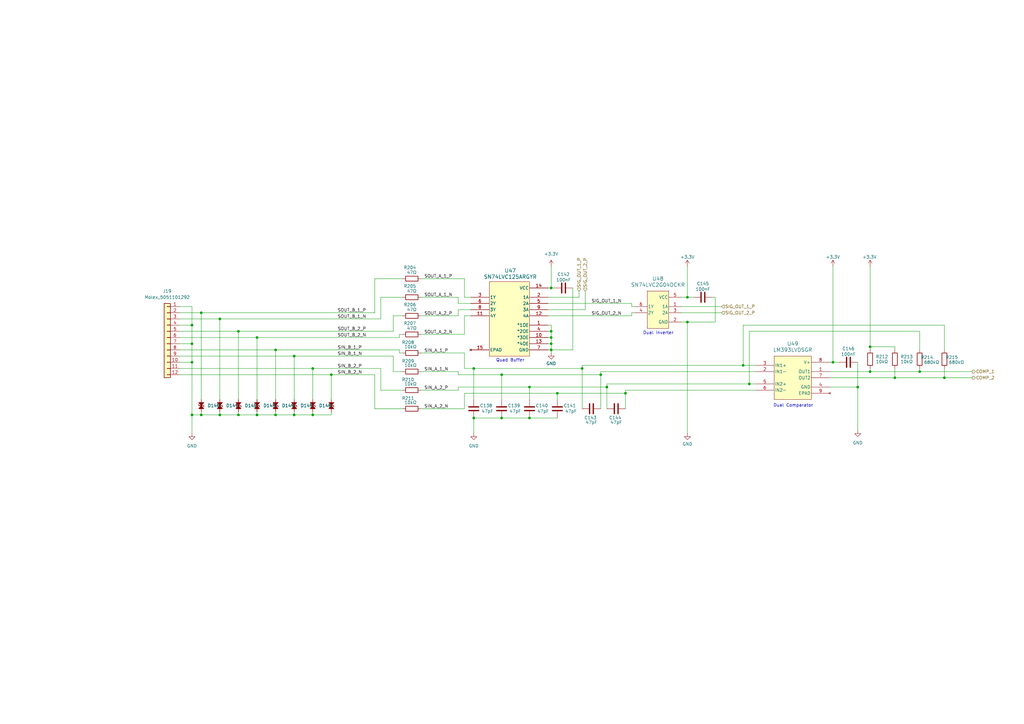
<source format=kicad_sch>
(kicad_sch (version 20250114) (generator "eeschema") (generator_version "9.0")
  (paper "A3")
  (title_block (title "Inner Panels Connector") (date "2025-08-04") (rev "REV A") (company "TamperSec") (comment 1 "Justin Newkirk"))
  (text "Quad Buffer" (at 209.296 147.828 0) (effects (font (size 1.27 1.27))))
  (text "Dual Inverter" (at 270.002 136.652 0) (effects (font (size 1.27 1.27))))
  (text "Dual Comparator" (at 325.374 166.37 0) (effects (font (size 1.27 1.27))))
  (junction (at 90.17 170.18))
  (junction (at 217.17 171.45))
  (junction (at 128.27 151.13))
  (junction (at 205.74 171.45))
  (junction (at 226.06 143.51))
  (junction (at 78.74 133.35))
  (junction (at 90.17 130.81))
  (junction (at 97.79 170.18))
  (junction (at 304.8 149.86))
  (junction (at 205.74 153.67))
  (junction (at 356.87 152.4))
  (junction (at 128.27 170.18))
  (junction (at 281.94 132.08))
  (junction (at 226.06 118.11))
  (junction (at 367.03 154.94))
  (junction (at 226.06 140.97))
  (junction (at 105.41 138.43))
  (junction (at 78.74 170.18))
  (junction (at 228.6 161.29))
  (junction (at 307.34 157.48))
  (junction (at 248.92 158.75))
  (junction (at 387.35 154.94))
  (junction (at 341.63 148.59))
  (junction (at 135.89 153.67))
  (junction (at 281.94 121.92))
  (junction (at 113.03 170.18))
  (junction (at 217.17 158.75))
  (junction (at 226.06 138.43))
  (junction (at 194.31 151.13))
  (junction (at 78.74 140.97))
  (junction (at 120.65 170.18))
  (junction (at 351.79 158.75))
  (junction (at 113.03 143.51))
  (junction (at 238.76 151.13))
  (junction (at 356.87 142.24))
  (junction (at 246.38 153.67))
  (junction (at 82.55 170.18))
  (junction (at 120.65 146.05))
  (junction (at 82.55 128.27))
  (junction (at 105.41 170.18))
  (junction (at 256.54 161.29))
  (junction (at 226.06 135.89))
  (junction (at 194.31 171.45))
  (junction (at 377.19 152.4))
  (junction (at 78.74 148.59))
  (junction (at 97.79 135.89))
  (wire (pts (xy 105.41 138.43) (xy 163.83 138.43)))
  (wire (pts (xy 187.96 158.75) (xy 187.96 160.02)))
  (wire (pts (xy 387.35 143.51) (xy 387.35 133.35)))
  (wire (pts (xy 279.4 121.92) (xy 281.94 121.92)))
  (wire (pts (xy 165.1 152.4) (xy 161.29 152.4)))
  (wire (pts (xy 259.08 129.54) (xy 259.08 128.27)))
  (wire (pts (xy 113.03 170.18) (xy 113.03 168.91)))
  (wire (pts (xy 377.19 135.89) (xy 307.34 135.89)))
  (wire (pts (xy 226.06 143.51) (xy 226.06 144.78)))
  (wire (pts (xy 281.94 132.08) (xy 281.94 177.8)))
  (wire (pts (xy 120.65 146.05) (xy 120.65 163.83)))
  (wire (pts (xy 163.83 138.43) (xy 163.83 137.16)))
  (wire (pts (xy 82.55 170.18) (xy 82.55 168.91)))
  (wire (pts (xy 73.66 130.81) (xy 90.17 130.81)))
  (wire (pts (xy 234.95 118.11) (xy 234.95 143.51)))
  (wire (pts (xy 194.31 171.45) (xy 205.74 171.45)))
  (wire (pts (xy 387.35 151.13) (xy 387.35 154.94)))
  (wire (pts (xy 228.6 161.29) (xy 256.54 161.29)))
  (wire (pts (xy 73.66 153.67) (xy 135.89 153.67)))
  (wire (pts (xy 190.5 161.29) (xy 228.6 161.29)))
  (wire (pts (xy 351.79 158.75) (xy 351.79 176.53)))
  (wire (pts (xy 248.92 157.48) (xy 248.92 158.75)))
  (wire (pts (xy 224.79 127) (xy 240.03 127)))
  (wire (pts (xy 73.66 146.05) (xy 120.65 146.05)))
  (wire (pts (xy 341.63 148.59) (xy 344.17 148.59)))
  (wire (pts (xy 226.06 135.89) (xy 224.79 135.89)))
  (wire (pts (xy 295.91 128.27) (xy 279.4 128.27)))
  (wire (pts (xy 187.96 152.4) (xy 187.96 153.67)))
  (wire (pts (xy 187.96 153.67) (xy 205.74 153.67)))
  (wire (pts (xy 156.21 130.81) (xy 156.21 121.92)))
  (wire (pts (xy 82.55 170.18) (xy 90.17 170.18)))
  (wire (pts (xy 113.03 170.18) (xy 120.65 170.18)))
  (wire (pts (xy 194.31 151.13) (xy 238.76 151.13)))
  (wire (pts (xy 226.06 138.43) (xy 226.06 140.97)))
  (wire (pts (xy 281.94 109.22) (xy 281.94 121.92)))
  (wire (pts (xy 293.37 121.92) (xy 293.37 132.08)))
  (wire (pts (xy 105.41 170.18) (xy 105.41 168.91)))
  (wire (pts (xy 172.72 160.02) (xy 187.96 160.02)))
  (wire (pts (xy 193.04 124.46) (xy 187.96 124.46)))
  (wire (pts (xy 172.72 137.16) (xy 190.5 137.16)))
  (wire (pts (xy 248.92 158.75) (xy 248.92 167.64)))
  (wire (pts (xy 226.06 140.97) (xy 224.79 140.97)))
  (wire (pts (xy 224.79 118.11) (xy 226.06 118.11)))
  (wire (pts (xy 248.92 157.48) (xy 307.34 157.48)))
  (wire (pts (xy 90.17 130.81) (xy 156.21 130.81)))
  (wire (pts (xy 224.79 121.92) (xy 237.49 121.92)))
  (wire (pts (xy 356.87 142.24) (xy 356.87 143.51)))
  (wire (pts (xy 190.5 114.3) (xy 190.5 121.92)))
  (wire (pts (xy 187.96 124.46) (xy 187.96 121.92)))
  (wire (pts (xy 238.76 151.13) (xy 238.76 167.64)))
  (wire (pts (xy 356.87 109.22) (xy 356.87 142.24)))
  (wire (pts (xy 163.83 143.51) (xy 163.83 144.78)))
  (wire (pts (xy 193.04 127) (xy 187.96 127)))
  (wire (pts (xy 153.67 128.27) (xy 153.67 114.3)))
  (wire (pts (xy 172.72 167.64) (xy 190.5 167.64)))
  (wire (pts (xy 187.96 127) (xy 187.96 129.54)))
  (wire (pts (xy 153.67 114.3) (xy 165.1 114.3)))
  (wire (pts (xy 340.36 158.75) (xy 351.79 158.75)))
  (wire (pts (xy 217.17 158.75) (xy 217.17 163.83)))
  (wire (pts (xy 135.89 170.18) (xy 135.89 168.91)))
  (wire (pts (xy 120.65 146.05) (xy 161.29 146.05)))
  (wire (pts (xy 377.19 152.4) (xy 398.78 152.4)))
  (wire (pts (xy 227.33 118.11) (xy 226.06 118.11)))
  (wire (pts (xy 190.5 161.29) (xy 190.5 167.64)))
  (wire (pts (xy 190.5 129.54) (xy 190.5 137.16)))
  (wire (pts (xy 307.34 135.89) (xy 307.34 157.48)))
  (wire (pts (xy 224.79 124.46) (xy 259.08 124.46)))
  (wire (pts (xy 187.96 158.75) (xy 217.17 158.75)))
  (wire (pts (xy 128.27 170.18) (xy 128.27 168.91)))
  (wire (pts (xy 90.17 170.18) (xy 97.79 170.18)))
  (wire (pts (xy 387.35 133.35) (xy 304.8 133.35)))
  (wire (pts (xy 78.74 170.18) (xy 82.55 170.18)))
  (wire (pts (xy 190.5 151.13) (xy 194.31 151.13)))
  (wire (pts (xy 281.94 121.92) (xy 284.48 121.92)))
  (wire (pts (xy 237.49 121.92) (xy 237.49 119.38)))
  (wire (pts (xy 128.27 151.13) (xy 128.27 163.83)))
  (wire (pts (xy 341.63 109.22) (xy 341.63 148.59)))
  (wire (pts (xy 90.17 170.18) (xy 90.17 168.91)))
  (wire (pts (xy 240.03 127) (xy 240.03 119.38)))
  (wire (pts (xy 135.89 153.67) (xy 153.67 153.67)))
  (wire (pts (xy 356.87 152.4) (xy 377.19 152.4)))
  (wire (pts (xy 73.66 140.97) (xy 78.74 140.97)))
  (wire (pts (xy 367.03 151.13) (xy 367.03 154.94)))
  (wire (pts (xy 256.54 160.02) (xy 309.88 160.02)))
  (wire (pts (xy 105.41 138.43) (xy 105.41 163.83)))
  (wire (pts (xy 73.66 133.35) (xy 78.74 133.35)))
  (wire (pts (xy 165.1 144.78) (xy 163.83 144.78)))
  (wire (pts (xy 156.21 121.92) (xy 165.1 121.92)))
  (wire (pts (xy 156.21 151.13) (xy 156.21 160.02)))
  (wire (pts (xy 226.06 135.89) (xy 226.06 138.43)))
  (wire (pts (xy 113.03 143.51) (xy 163.83 143.51)))
  (wire (pts (xy 293.37 121.92) (xy 292.1 121.92)))
  (wire (pts (xy 281.94 132.08) (xy 279.4 132.08)))
  (wire (pts (xy 190.5 129.54) (xy 193.04 129.54)))
  (wire (pts (xy 259.08 128.27) (xy 260.35 128.27)))
  (wire (pts (xy 128.27 151.13) (xy 156.21 151.13)))
  (wire (pts (xy 190.5 121.92) (xy 193.04 121.92)))
  (wire (pts (xy 73.66 143.51) (xy 113.03 143.51)))
  (wire (pts (xy 246.38 152.4) (xy 309.88 152.4)))
  (wire (pts (xy 97.79 170.18) (xy 105.41 170.18)))
  (wire (pts (xy 226.06 133.35) (xy 226.06 135.89)))
  (wire (pts (xy 259.08 125.73) (xy 259.08 124.46)))
  (wire (pts (xy 356.87 142.24) (xy 367.03 142.24)))
  (wire (pts (xy 217.17 171.45) (xy 228.6 171.45)))
  (wire (pts (xy 377.19 143.51) (xy 377.19 135.89)))
  (wire (pts (xy 120.65 170.18) (xy 128.27 170.18)))
  (wire (pts (xy 190.5 144.78) (xy 172.72 144.78)))
  (wire (pts (xy 73.66 138.43) (xy 105.41 138.43)))
  (wire (pts (xy 205.74 171.45) (xy 217.17 171.45)))
  (wire (pts (xy 82.55 128.27) (xy 153.67 128.27)))
  (wire (pts (xy 82.55 128.27) (xy 82.55 163.83)))
  (wire (pts (xy 217.17 158.75) (xy 248.92 158.75)))
  (wire (pts (xy 172.72 129.54) (xy 187.96 129.54)))
  (wire (pts (xy 73.66 148.59) (xy 78.74 148.59)))
  (wire (pts (xy 238.76 149.86) (xy 238.76 151.13)))
  (wire (pts (xy 73.66 151.13) (xy 128.27 151.13)))
  (wire (pts (xy 256.54 160.02) (xy 256.54 161.29)))
  (wire (pts (xy 78.74 170.18) (xy 78.74 177.8)))
  (wire (pts (xy 295.91 125.73) (xy 279.4 125.73)))
  (wire (pts (xy 97.79 170.18) (xy 97.79 168.91)))
  (wire (pts (xy 190.5 151.13) (xy 190.5 144.78)))
  (wire (pts (xy 340.36 154.94) (xy 367.03 154.94)))
  (wire (pts (xy 205.74 153.67) (xy 205.74 163.83)))
  (wire (pts (xy 351.79 158.75) (xy 351.79 148.59)))
  (wire (pts (xy 172.72 121.92) (xy 187.96 121.92)))
  (wire (pts (xy 246.38 152.4) (xy 246.38 153.67)))
  (wire (pts (xy 194.31 163.83) (xy 194.31 151.13)))
  (wire (pts (xy 205.74 153.67) (xy 246.38 153.67)))
  (wire (pts (xy 307.34 157.48) (xy 309.88 157.48)))
  (wire (pts (xy 293.37 132.08) (xy 281.94 132.08)))
  (wire (pts (xy 377.19 151.13) (xy 377.19 152.4)))
  (wire (pts (xy 156.21 160.02) (xy 165.1 160.02)))
  (wire (pts (xy 128.27 170.18) (xy 135.89 170.18)))
  (wire (pts (xy 113.03 143.51) (xy 113.03 163.83)))
  (wire (pts (xy 226.06 143.51) (xy 224.79 143.51)))
  (wire (pts (xy 356.87 151.13) (xy 356.87 152.4)))
  (wire (pts (xy 97.79 135.89) (xy 161.29 135.89)))
  (wire (pts (xy 161.29 129.54) (xy 165.1 129.54)))
  (wire (pts (xy 78.74 125.73) (xy 78.74 133.35)))
  (wire (pts (xy 194.31 177.8) (xy 194.31 171.45)))
  (wire (pts (xy 153.67 167.64) (xy 153.67 153.67)))
  (wire (pts (xy 256.54 161.29) (xy 256.54 167.64)))
  (wire (pts (xy 78.74 148.59) (xy 78.74 170.18)))
  (wire (pts (xy 238.76 149.86) (xy 304.8 149.86)))
  (wire (pts (xy 97.79 135.89) (xy 97.79 163.83)))
  (wire (pts (xy 163.83 137.16) (xy 165.1 137.16)))
  (wire (pts (xy 187.96 152.4) (xy 172.72 152.4)))
  (wire (pts (xy 304.8 149.86) (xy 309.88 149.86)))
  (wire (pts (xy 304.8 133.35) (xy 304.8 149.86)))
  (wire (pts (xy 340.36 148.59) (xy 341.63 148.59)))
  (wire (pts (xy 172.72 114.3) (xy 190.5 114.3)))
  (wire (pts (xy 73.66 125.73) (xy 78.74 125.73)))
  (wire (pts (xy 367.03 143.51) (xy 367.03 142.24)))
  (wire (pts (xy 226.06 140.97) (xy 226.06 143.51)))
  (wire (pts (xy 165.1 167.64) (xy 153.67 167.64)))
  (wire (pts (xy 73.66 135.89) (xy 97.79 135.89)))
  (wire (pts (xy 78.74 140.97) (xy 78.74 148.59)))
  (wire (pts (xy 226.06 143.51) (xy 234.95 143.51)))
  (wire (pts (xy 161.29 135.89) (xy 161.29 129.54)))
  (wire (pts (xy 340.36 152.4) (xy 356.87 152.4)))
  (wire (pts (xy 90.17 130.81) (xy 90.17 163.83)))
  (wire (pts (xy 259.08 125.73) (xy 260.35 125.73)))
  (wire (pts (xy 161.29 152.4) (xy 161.29 146.05)))
  (wire (pts (xy 78.74 133.35) (xy 78.74 140.97)))
  (wire (pts (xy 228.6 161.29) (xy 228.6 163.83)))
  (wire (pts (xy 135.89 153.67) (xy 135.89 163.83)))
  (wire (pts (xy 367.03 154.94) (xy 387.35 154.94)))
  (wire (pts (xy 246.38 153.67) (xy 246.38 167.64)))
  (wire (pts (xy 105.41 170.18) (xy 113.03 170.18)))
  (wire (pts (xy 226.06 133.35) (xy 224.79 133.35)))
  (wire (pts (xy 73.66 128.27) (xy 82.55 128.27)))
  (wire (pts (xy 120.65 170.18) (xy 120.65 168.91)))
  (wire (pts (xy 226.06 138.43) (xy 224.79 138.43)))
  (wire (pts (xy 226.06 109.22) (xy 226.06 118.11)))
  (wire (pts (xy 387.35 154.94) (xy 398.78 154.94)))
  (wire (pts (xy 224.79 129.54) (xy 259.08 129.54)))
  (label "SIN_A_2_N" (at 173.99 167.64 0))
  (label "SIN_A_1_N" (at 173.99 152.4 0))
  (label "SOUT_B_2_N" (at 138.43 138.43 0))
  (label "SIN_B_1_P" (at 138.43 143.51 0))
  (label "SOUT_A_1_N" (at 173.99 121.92 0))
  (label "SIN_A_1_P" (at 173.99 144.78 0))
  (label "SOUT_B_1_P" (at 138.43 128.27 0))
  (label "SOUT_A_1_P" (at 173.99 114.3 0))
  (label "SOUT_B_1_N" (at 138.43 130.81 0))
  (label "SOUT_A_2_N" (at 173.99 137.16 0))
  (label "SIN_B_2_N" (at 138.43 153.67 0))
  (label "SIN_B_1_N" (at 138.43 146.05 0))
  (label "SIG_OUT_1_N" (at 242.57 124.46 0))
  (label "SIN_B_2_P" (at 138.43 151.13 0))
  (label "SOUT_B_2_P" (at 138.43 135.89 0))
  (label "SIG_OUT_2_N" (at 242.57 129.54 0))
  (label "SIN_A_2_P" (at 173.99 160.02 0))
  (label "SOUT_A_2_P" (at 173.99 129.54 0))
  (hierarchical_label "SIG_OUT_1_P" (shape input) (at 237.49 119.38 90))
  (hierarchical_label "COMP_2" (shape output) (at 398.78 154.94 0))
  (hierarchical_label "SIG_OUT_2_P" (shape input) (at 240.03 119.38 90))
  (hierarchical_label "SIG_OUT_1_P" (shape input) (at 295.91 125.73 0))
  (hierarchical_label "SIG_OUT_2_P" (shape input) (at 295.91 128.27 0))
  (hierarchical_label "COMP_1" (shape output) (at 398.78 152.4 0))
  (symbol (lib_id "power:GND") (at 194.31 177.8 0) (unit 1)
    (property "Reference" "#PWR066" (effects (hide yes)))
    (property "Value" "GND" (at 194.31 182.88 0))
    (property "Description" "Power symbol creates a global label with name \"GND\" , ground" (effects (hide yes)))
    (instances (project "cerberus" (path "" (reference "#PWR0147") (unit 1)) (path "" (reference "#PWR084") (unit 1)) (path "" (reference "#PWR0111") (unit 1)) (path "" (reference "#PWR0174") (unit 1)) (path "" (reference "#PWR0138") (unit 1)) (path "" (reference "#PWR0102") (unit 1)) (path "" (reference "#PWR0201") (unit 1)) (path "" (reference "#PWR0120") (unit 1)) (path "" (reference "#PWR0192") (unit 1)) (path "" (reference "#PWR0165") (unit 1)) (path "" (reference "#PWR0210") (unit 1)) (path "" (reference "#PWR093") (unit 1)) (path "" (reference "#PWR0183") (unit 1)) (path "" (reference "#PWR0219") (unit 1)) (path "" (reference "#PWR066") (unit 1)) (path "" (reference "#PWR0228") (unit 1)) (path "" (reference "#PWR0156") (unit 1)) (path "" (reference "#PWR0129") (unit 1))))
  )
  (symbol (lib_id "Device:C") (at 231.14 118.11 270) (unit 1)
    (property "Reference" "C61" (at 231.14 112.522 90))
    (property "Value" "100nF" (at 231.14 114.808 90))
    (property "Footprint" "Capacitor_SMD:C_0201_0603Metric" (effects (hide yes)))
    (property "Datasheet" "https://www.lcsc.com/datasheet/lcsc_datasheet_2304140030_Samsung-Electro-Mechanics-CL03A104KP3NNNC_C49062.pdf" (effects (hide yes)))
    (property "Description" "Unpolarized capacitor" (effects (hide yes)))
    (property "JLCPCB Part #" "C49062" (effects (hide yes)))
    (property "Manufacturer Part #" "CL03A104KP3NNNC" (effects (hide yes)))
    (property "Status" "Extended" (effects (hide yes)))
    (instances (project "cerberus" (path "" (reference "C142") (unit 1)) (path "" (reference "C79") (unit 1)) (path "" (reference "C106") (unit 1)) (path "" (reference "C169") (unit 1)) (path "" (reference "C133") (unit 1)) (path "" (reference "C97") (unit 1)) (path "" (reference "C196") (unit 1)) (path "" (reference "C115") (unit 1)) (path "" (reference "C187") (unit 1)) (path "" (reference "C160") (unit 1)) (path "" (reference "C205") (unit 1)) (path "" (reference "C88") (unit 1)) (path "" (reference "C178") (unit 1)) (path "" (reference "C214") (unit 1)) (path "" (reference "C61") (unit 1)) (path "" (reference "C223") (unit 1)) (path "" (reference "C151") (unit 1)) (path "" (reference "C124") (unit 1))))
  )
  (symbol (lib_id "Device:D_TVS_Small_Filled") (at 135.89 166.37 270) (unit 1)
    (property "Reference" "D75" (effects (hide yes)))
    (property "Value" "H5VL10B" (effects (hide yes)))
    (property "Footprint" "Diode_SMD:D_SOD-882D" (effects (hide yes)))
    (property "Datasheet" "https://wmsc.lcsc.com/wmsc/upload/file/pdf/v2/lcsc/2306301553_hongjiacheng-H5VL10B_C7420372.pdf" (effects (hide yes)))
    (property "Description" "Bidirectional transient-voltage-suppression diode, small symbol, filled shape" (effects (hide yes)))
    (property "JLCPCB Part #" "C7420372" (effects (hide yes)))
    (property "Manufacturer Part #" "H5VL10B" (effects (hide yes)))
    (property "Status" "Preferred" (effects (hide yes)))
    (instances (project "cerberus" (path "" (reference "D147") (unit 1)) (path "" (reference "D91") (unit 1)) (path "" (reference "D115") (unit 1)) (path "" (reference "D171") (unit 1)) (path "" (reference "D139") (unit 1)) (path "" (reference "D107") (unit 1)) (path "" (reference "D195") (unit 1)) (path "" (reference "D123") (unit 1)) (path "" (reference "D187") (unit 1)) (path "" (reference "D163") (unit 1)) (path "" (reference "D203") (unit 1)) (path "" (reference "D99") (unit 1)) (path "" (reference "D179") (unit 1)) (path "" (reference "D211") (unit 1)) (path "" (reference "D75") (unit 1)) (path "" (reference "D219") (unit 1)) (path "" (reference "D155") (unit 1)) (path "" (reference "D131") (unit 1))))
  )
  (symbol (lib_id "Device:R") (at 367.03 147.32 0) (unit 1)
    (property "Reference" "R105" (at 369.316 146.304 0) (effects (justify left)))
    (property "Value" "10kΩ" (at 369.316 148.336 0) (effects (justify left)))
    (property "Footprint" "Capacitor_SMD:C_0201_0603Metric" (effects (hide yes)))
    (property "Datasheet" "https://www.lcsc.com/datasheet/lcsc_datasheet_2304140030_YAGEO-RC0201FR-0710KL_C106225.pdf" (effects (hide yes)))
    (property "Description" "Resistor" (effects (hide yes)))
    (property "JLCPCB Part #" "C106225" (effects (hide yes)))
    (property "Manufacturer Part #" "RC0201FR-0710KL" (effects (hide yes)))
    (property "Status" "Extended" (effects (hide yes)))
    (instances (project "cerberus" (path "" (reference "R213") (unit 1)) (path "" (reference "R129") (unit 1)) (path "" (reference "R165") (unit 1)) (path "" (reference "R249") (unit 1)) (path "" (reference "R201") (unit 1)) (path "" (reference "R153") (unit 1)) (path "" (reference "R285") (unit 1)) (path "" (reference "R177") (unit 1)) (path "" (reference "R273") (unit 1)) (path "" (reference "R237") (unit 1)) (path "" (reference "R297") (unit 1)) (path "" (reference "R141") (unit 1)) (path "" (reference "R261") (unit 1)) (path "" (reference "R309") (unit 1)) (path "" (reference "R105") (unit 1)) (path "" (reference "R321") (unit 1)) (path "" (reference "R225") (unit 1)) (path "" (reference "R189") (unit 1))))
  )
  (symbol (lib_id "power:GND") (at 351.79 176.53 0) (unit 1)
    (property "Reference" "#PWR072" (effects (hide yes)))
    (property "Value" "GND" (at 351.79 181.61 0))
    (property "Description" "Power symbol creates a global label with name \"GND\" , ground" (effects (hide yes)))
    (instances (project "cerberus" (path "" (reference "#PWR0153") (unit 1)) (path "" (reference "#PWR090") (unit 1)) (path "" (reference "#PWR0117") (unit 1)) (path "" (reference "#PWR0180") (unit 1)) (path "" (reference "#PWR0144") (unit 1)) (path "" (reference "#PWR0108") (unit 1)) (path "" (reference "#PWR0207") (unit 1)) (path "" (reference "#PWR0126") (unit 1)) (path "" (reference "#PWR0198") (unit 1)) (path "" (reference "#PWR0171") (unit 1)) (path "" (reference "#PWR0216") (unit 1)) (path "" (reference "#PWR099") (unit 1)) (path "" (reference "#PWR0189") (unit 1)) (path "" (reference "#PWR0225") (unit 1)) (path "" (reference "#PWR072") (unit 1)) (path "" (reference "#PWR0234") (unit 1)) (path "" (reference "#PWR0162") (unit 1)) (path "" (reference "#PWR0135") (unit 1))))
  )
  (symbol (lib_id "Connector_Generic:Conn_01x12") (at 68.58 138.43 0) (mirror y) (unit 1)
    (property "Reference" "J9" (at 68.58 119.38 0))
    (property "Value" "Molex_5051101292" (at 68.58 121.92 0))
    (property "Footprint" "ul_5051101292:CON_5051101292_MOL" (effects (hide yes)))
    (property "Description" "Generic connector, single row, 01x12, script generated (kicad-library-utils/schlib/autogen/connector/)" (effects (hide yes)))
    (instances (project "cerberus" (path "" (reference "J19") (unit 1)) (path "" (reference "J12") (unit 1)) (path "" (reference "J15") (unit 1)) (path "" (reference "J22") (unit 1)) (path "" (reference "J18") (unit 1)) (path "" (reference "J14") (unit 1)) (path "" (reference "J25") (unit 1)) (path "" (reference "J16") (unit 1)) (path "" (reference "J24") (unit 1)) (path "" (reference "J21") (unit 1)) (path "" (reference "J26") (unit 1)) (path "" (reference "J13") (unit 1)) (path "" (reference "J23") (unit 1)) (path "" (reference "J27") (unit 1)) (path "" (reference "J9") (unit 1)) (path "" (reference "J28") (unit 1)) (path "" (reference "J20") (unit 1)) (path "" (reference "J17") (unit 1))))
  )
  (symbol (lib_id "power:+3.3V") (at 281.94 109.22 0) (unit 1)
    (property "Reference" "#PWR069" (effects (hide yes)))
    (property "Value" "+3.3V" (at 281.94 105.41 0))
    (property "Description" "Power symbol creates a global label with name \"+3.3V\"" (effects (hide yes)))
    (instances (project "cerberus" (path "" (reference "#PWR0150") (unit 1)) (path "" (reference "#PWR087") (unit 1)) (path "" (reference "#PWR0114") (unit 1)) (path "" (reference "#PWR0177") (unit 1)) (path "" (reference "#PWR0141") (unit 1)) (path "" (reference "#PWR0105") (unit 1)) (path "" (reference "#PWR0204") (unit 1)) (path "" (reference "#PWR0123") (unit 1)) (path "" (reference "#PWR0195") (unit 1)) (path "" (reference "#PWR0168") (unit 1)) (path "" (reference "#PWR0213") (unit 1)) (path "" (reference "#PWR096") (unit 1)) (path "" (reference "#PWR0186") (unit 1)) (path "" (reference "#PWR0222") (unit 1)) (path "" (reference "#PWR069") (unit 1)) (path "" (reference "#PWR0231") (unit 1)) (path "" (reference "#PWR0159") (unit 1)) (path "" (reference "#PWR0132") (unit 1))))
  )
  (symbol (lib_id "Device:R") (at 168.91 167.64 270) (unit 1)
    (property "Reference" "R103" (at 169.926 163.322 90) (effects (justify right)))
    (property "Value" "10kΩ" (at 170.942 165.1 90) (effects (justify right)))
    (property "Footprint" "Capacitor_SMD:C_0201_0603Metric" (effects (hide yes)))
    (property "Datasheet" "https://www.lcsc.com/datasheet/lcsc_datasheet_2304140030_YAGEO-RC0201FR-0710KL_C106225.pdf" (effects (hide yes)))
    (property "Description" "Resistor" (effects (hide yes)))
    (property "JLCPCB Part #" "C106225" (effects (hide yes)))
    (property "Manufacturer Part #" "RC0201FR-0710KL" (effects (hide yes)))
    (property "Status" "Extended" (effects (hide yes)))
    (instances (project "cerberus" (path "" (reference "R211") (unit 1)) (path "" (reference "R127") (unit 1)) (path "" (reference "R163") (unit 1)) (path "" (reference "R247") (unit 1)) (path "" (reference "R199") (unit 1)) (path "" (reference "R151") (unit 1)) (path "" (reference "R283") (unit 1)) (path "" (reference "R175") (unit 1)) (path "" (reference "R271") (unit 1)) (path "" (reference "R235") (unit 1)) (path "" (reference "R295") (unit 1)) (path "" (reference "R139") (unit 1)) (path "" (reference "R259") (unit 1)) (path "" (reference "R307") (unit 1)) (path "" (reference "R103") (unit 1)) (path "" (reference "R319") (unit 1)) (path "" (reference "R223") (unit 1)) (path "" (reference "R187") (unit 1))))
  )
  (symbol (lib_id "Device:R") (at 377.19 147.32 180) (unit 1)
    (property "Reference" "R106" (at 382.778 146.558 0) (effects (justify left)))
    (property "Value" "680kΩ" (at 385.318 148.59 0) (effects (justify left)))
    (property "Footprint" "Resistor_SMD:R_0201_0603Metric" (effects (hide yes)))
    (property "Datasheet" "https://jlcpcb.com/api/file/downloadByFileSystemAccessId/8590909617453019136" (effects (hide yes)))
    (property "Description" "Resistor" (effects (hide yes)))
    (property "JLCPCB Part #" "C473493" (effects (hide yes)))
    (property "Manufacturer Part #" "0201WMF6803TEE" (effects (hide yes)))
    (property "Status" "Extended" (effects (hide yes)))
    (instances (project "cerberus" (path "" (reference "R214") (unit 1)) (path "" (reference "R130") (unit 1)) (path "" (reference "R166") (unit 1)) (path "" (reference "R250") (unit 1)) (path "" (reference "R202") (unit 1)) (path "" (reference "R154") (unit 1)) (path "" (reference "R286") (unit 1)) (path "" (reference "R178") (unit 1)) (path "" (reference "R274") (unit 1)) (path "" (reference "R238") (unit 1)) (path "" (reference "R298") (unit 1)) (path "" (reference "R142") (unit 1)) (path "" (reference "R262") (unit 1)) (path "" (reference "R310") (unit 1)) (path "" (reference "R106") (unit 1)) (path "" (reference "R322") (unit 1)) (path "" (reference "R226") (unit 1)) (path "" (reference "R190") (unit 1))))
  )
  (symbol (lib_id "Device:C") (at 217.17 167.64 0) (unit 1)
    (property "Reference" "C59" (at 222.25 166.37 0))
    (property "Value" "47pF" (at 222.758 168.656 0))
    (property "Footprint" "Capacitor_SMD:C_0201_0603Metric" (effects (hide yes)))
    (property "Datasheet" "https://jlcpcb.com/api/file/downloadByFileSystemAccessId/8590905735629266944" (effects (hide yes)))
    (property "Description" "Unpolarized capacitor" (effects (hide yes)))
    (property "JLCPCB Part #" "C62546" (effects (hide yes)))
    (property "Manufacturer Part #" "0201CG470J500NT" (effects (hide yes)))
    (property "Status" "Extended" (effects (hide yes)))
    (instances (project "cerberus" (path "" (reference "C140") (unit 1)) (path "" (reference "C77") (unit 1)) (path "" (reference "C104") (unit 1)) (path "" (reference "C167") (unit 1)) (path "" (reference "C131") (unit 1)) (path "" (reference "C95") (unit 1)) (path "" (reference "C194") (unit 1)) (path "" (reference "C113") (unit 1)) (path "" (reference "C185") (unit 1)) (path "" (reference "C158") (unit 1)) (path "" (reference "C203") (unit 1)) (path "" (reference "C86") (unit 1)) (path "" (reference "C176") (unit 1)) (path "" (reference "C212") (unit 1)) (path "" (reference "C59") (unit 1)) (path "" (reference "C221") (unit 1)) (path "" (reference "C149") (unit 1)) (path "" (reference "C122") (unit 1))))
  )
  (symbol (lib_id "Device:R") (at 168.91 160.02 270) (unit 1)
    (property "Reference" "R102" (at 169.926 155.702 90) (effects (justify right)))
    (property "Value" "10kΩ" (at 170.942 157.48 90) (effects (justify right)))
    (property "Footprint" "Capacitor_SMD:C_0201_0603Metric" (effects (hide yes)))
    (property "Datasheet" "https://www.lcsc.com/datasheet/lcsc_datasheet_2304140030_YAGEO-RC0201FR-0710KL_C106225.pdf" (effects (hide yes)))
    (property "Description" "Resistor" (effects (hide yes)))
    (property "JLCPCB Part #" "C106225" (effects (hide yes)))
    (property "Manufacturer Part #" "RC0201FR-0710KL" (effects (hide yes)))
    (property "Status" "Extended" (effects (hide yes)))
    (instances (project "cerberus" (path "" (reference "R210") (unit 1)) (path "" (reference "R126") (unit 1)) (path "" (reference "R162") (unit 1)) (path "" (reference "R246") (unit 1)) (path "" (reference "R198") (unit 1)) (path "" (reference "R150") (unit 1)) (path "" (reference "R282") (unit 1)) (path "" (reference "R174") (unit 1)) (path "" (reference "R270") (unit 1)) (path "" (reference "R234") (unit 1)) (path "" (reference "R294") (unit 1)) (path "" (reference "R138") (unit 1)) (path "" (reference "R258") (unit 1)) (path "" (reference "R306") (unit 1)) (path "" (reference "R102") (unit 1)) (path "" (reference "R318") (unit 1)) (path "" (reference "R222") (unit 1)) (path "" (reference "R186") (unit 1))))
  )
  (symbol (lib_id "Device:R") (at 168.91 121.92 90) (unit 1)
    (property "Reference" "R97" (at 170.688 117.348 90) (effects (justify left)))
    (property "Value" "47Ω" (at 170.942 119.38 90) (effects (justify left)))
    (property "Footprint" "Resistor_SMD:R_0201_0603Metric" (effects (hide yes)))
    (property "Datasheet" "https://jlcpcb.com/api/file/downloadByFileSystemAccessId/8589808164071120896" (effects (hide yes)))
    (property "Description" "Resistor" (effects (hide yes)))
    (property "JLCPCB Part #" "C273279 " (effects (hide yes)))
    (property "Manufacturer Part #" "RC0201FR-0747RL" (effects (hide yes)))
    (property "Status" "Extended" (effects (hide yes)))
    (instances (project "cerberus" (path "" (reference "R205") (unit 1)) (path "" (reference "R121") (unit 1)) (path "" (reference "R157") (unit 1)) (path "" (reference "R241") (unit 1)) (path "" (reference "R193") (unit 1)) (path "" (reference "R145") (unit 1)) (path "" (reference "R277") (unit 1)) (path "" (reference "R169") (unit 1)) (path "" (reference "R265") (unit 1)) (path "" (reference "R229") (unit 1)) (path "" (reference "R289") (unit 1)) (path "" (reference "R133") (unit 1)) (path "" (reference "R253") (unit 1)) (path "" (reference "R301") (unit 1)) (path "" (reference "R97") (unit 1)) (path "" (reference "R313") (unit 1)) (path "" (reference "R217") (unit 1)) (path "" (reference "R181") (unit 1))))
  )
  (symbol (lib_id "Device:R") (at 356.87 147.32 0) (unit 1)
    (property "Reference" "R104" (at 359.156 146.304 0) (effects (justify left)))
    (property "Value" "10kΩ" (at 359.156 148.336 0) (effects (justify left)))
    (property "Footprint" "Capacitor_SMD:C_0201_0603Metric" (effects (hide yes)))
    (property "Datasheet" "https://www.lcsc.com/datasheet/lcsc_datasheet_2304140030_YAGEO-RC0201FR-0710KL_C106225.pdf" (effects (hide yes)))
    (property "Description" "Resistor" (effects (hide yes)))
    (property "JLCPCB Part #" "C106225" (effects (hide yes)))
    (property "Manufacturer Part #" "RC0201FR-0710KL" (effects (hide yes)))
    (property "Status" "Extended" (effects (hide yes)))
    (instances (project "cerberus" (path "" (reference "R212") (unit 1)) (path "" (reference "R128") (unit 1)) (path "" (reference "R164") (unit 1)) (path "" (reference "R248") (unit 1)) (path "" (reference "R200") (unit 1)) (path "" (reference "R152") (unit 1)) (path "" (reference "R284") (unit 1)) (path "" (reference "R176") (unit 1)) (path "" (reference "R272") (unit 1)) (path "" (reference "R236") (unit 1)) (path "" (reference "R296") (unit 1)) (path "" (reference "R140") (unit 1)) (path "" (reference "R260") (unit 1)) (path "" (reference "R308") (unit 1)) (path "" (reference "R104") (unit 1)) (path "" (reference "R320") (unit 1)) (path "" (reference "R224") (unit 1)) (path "" (reference "R188") (unit 1))))
  )
  (symbol (lib_id "Device:R") (at 168.91 114.3 90) (unit 1)
    (property "Reference" "R96" (at 170.688 109.728 90) (effects (justify left)))
    (property "Value" "47Ω" (at 170.942 111.76 90) (effects (justify left)))
    (property "Footprint" "Resistor_SMD:R_0201_0603Metric" (effects (hide yes)))
    (property "Datasheet" "https://jlcpcb.com/api/file/downloadByFileSystemAccessId/8589808164071120896" (effects (hide yes)))
    (property "Description" "Resistor" (effects (hide yes)))
    (property "JLCPCB Part #" "C273279 " (effects (hide yes)))
    (property "Manufacturer Part #" "RC0201FR-0747RL" (effects (hide yes)))
    (property "Status" "Extended" (effects (hide yes)))
    (instances (project "cerberus" (path "" (reference "R204") (unit 1)) (path "" (reference "R120") (unit 1)) (path "" (reference "R156") (unit 1)) (path "" (reference "R240") (unit 1)) (path "" (reference "R192") (unit 1)) (path "" (reference "R144") (unit 1)) (path "" (reference "R276") (unit 1)) (path "" (reference "R168") (unit 1)) (path "" (reference "R264") (unit 1)) (path "" (reference "R228") (unit 1)) (path "" (reference "R288") (unit 1)) (path "" (reference "R132") (unit 1)) (path "" (reference "R252") (unit 1)) (path "" (reference "R300") (unit 1)) (path "" (reference "R96") (unit 1)) (path "" (reference "R312") (unit 1)) (path "" (reference "R216") (unit 1)) (path "" (reference "R180") (unit 1))))
  )
  (symbol (lib_id "Device:D_TVS_Small_Filled") (at 128.27 166.37 270) (unit 1)
    (property "Reference" "D74" (at 130.81 166.3699 90) (effects (justify left)))
    (property "Value" "H5VL10B" (effects (hide yes)))
    (property "Footprint" "Diode_SMD:D_SOD-882D" (effects (hide yes)))
    (property "Datasheet" "https://wmsc.lcsc.com/wmsc/upload/file/pdf/v2/lcsc/2306301553_hongjiacheng-H5VL10B_C7420372.pdf" (effects (hide yes)))
    (property "Description" "Bidirectional transient-voltage-suppression diode, small symbol, filled shape" (effects (hide yes)))
    (property "JLCPCB Part #" "C7420372" (effects (hide yes)))
    (property "Manufacturer Part #" "H5VL10B" (effects (hide yes)))
    (property "Status" "Preferred" (effects (hide yes)))
    (instances (project "cerberus" (path "" (reference "D146") (unit 1)) (path "" (reference "D90") (unit 1)) (path "" (reference "D114") (unit 1)) (path "" (reference "D170") (unit 1)) (path "" (reference "D138") (unit 1)) (path "" (reference "D106") (unit 1)) (path "" (reference "D194") (unit 1)) (path "" (reference "D122") (unit 1)) (path "" (reference "D186") (unit 1)) (path "" (reference "D162") (unit 1)) (path "" (reference "D202") (unit 1)) (path "" (reference "D98") (unit 1)) (path "" (reference "D178") (unit 1)) (path "" (reference "D210") (unit 1)) (path "" (reference "D74") (unit 1)) (path "" (reference "D218") (unit 1)) (path "" (reference "D154") (unit 1)) (path "" (reference "D130") (unit 1))))
  )
  (symbol (lib_id "LM393LVDSGR:LM393LVDSGR") (at 309.88 151.13 0) (unit 1)
    (property "Reference" "U22" (at 325.12 140.97 0) (effects (font (size 1.524 1.524))))
    (property "Value" "LM393LVDSGR" (at 325.12 143.51 0) (effects (font (size 1.524 1.524))))
    (property "Footprint" "ul_LM393LVDSGR:WSON8_DSG_TEX" (effects (hide yes)))
    (property "Datasheet" "https://www.ti.com/lit/gpn/lm393lv" (effects (hide yes)))
    (property "JLCPCB Part #" "C3658410" (effects (hide yes)))
    (property "Manufacturer Part #" "LM393LVDSGR" (effects (hide yes)))
    (property "Status" "Extended" (effects (hide yes)))
    (instances (project "cerberus" (path "" (reference "U49") (unit 1)) (path "" (reference "U28") (unit 1)) (path "" (reference "U37") (unit 1)) (path "" (reference "U58") (unit 1)) (path "" (reference "U46") (unit 1)) (path "" (reference "U34") (unit 1)) (path "" (reference "U67") (unit 1)) (path "" (reference "U40") (unit 1)) (path "" (reference "U64") (unit 1)) (path "" (reference "U55") (unit 1)) (path "" (reference "U70") (unit 1)) (path "" (reference "U31") (unit 1)) (path "" (reference "U61") (unit 1)) (path "" (reference "U73") (unit 1)) (path "" (reference "U22") (unit 1)) (path "" (reference "U76") (unit 1)) (path "" (reference "U52") (unit 1)) (path "" (reference "U43") (unit 1))))
  )
  (symbol (lib_id "Device:D_TVS_Small_Filled") (at 82.55 166.37 270) (unit 1)
    (property "Reference" "D68" (at 85.09 166.3699 90) (effects (justify left)))
    (property "Value" "H5VL10B" (effects (hide yes)))
    (property "Footprint" "Diode_SMD:D_SOD-882D" (effects (hide yes)))
    (property "Datasheet" "https://wmsc.lcsc.com/wmsc/upload/file/pdf/v2/lcsc/2306301553_hongjiacheng-H5VL10B_C7420372.pdf" (effects (hide yes)))
    (property "Description" "Bidirectional transient-voltage-suppression diode, small symbol, filled shape" (effects (hide yes)))
    (property "JLCPCB Part #" "C7420372" (effects (hide yes)))
    (property "Manufacturer Part #" "H5VL10B" (effects (hide yes)))
    (property "Status" "Preferred" (effects (hide yes)))
    (instances (project "cerberus" (path "" (reference "D140") (unit 1)) (path "" (reference "D84") (unit 1)) (path "" (reference "D108") (unit 1)) (path "" (reference "D164") (unit 1)) (path "" (reference "D132") (unit 1)) (path "" (reference "D100") (unit 1)) (path "" (reference "D188") (unit 1)) (path "" (reference "D116") (unit 1)) (path "" (reference "D180") (unit 1)) (path "" (reference "D156") (unit 1)) (path "" (reference "D196") (unit 1)) (path "" (reference "D92") (unit 1)) (path "" (reference "D172") (unit 1)) (path "" (reference "D204") (unit 1)) (path "" (reference "D68") (unit 1)) (path "" (reference "D212") (unit 1)) (path "" (reference "D148") (unit 1)) (path "" (reference "D124") (unit 1))))
  )
  (symbol (lib_id "Device:R") (at 168.91 144.78 270) (unit 1)
    (property "Reference" "R100" (at 169.926 140.462 90) (effects (justify right)))
    (property "Value" "10kΩ" (at 170.942 142.24 90) (effects (justify right)))
    (property "Footprint" "Capacitor_SMD:C_0201_0603Metric" (effects (hide yes)))
    (property "Datasheet" "https://www.lcsc.com/datasheet/lcsc_datasheet_2304140030_YAGEO-RC0201FR-0710KL_C106225.pdf" (effects (hide yes)))
    (property "Description" "Resistor" (effects (hide yes)))
    (property "JLCPCB Part #" "C106225" (effects (hide yes)))
    (property "Manufacturer Part #" "RC0201FR-0710KL" (effects (hide yes)))
    (property "Status" "Extended" (effects (hide yes)))
    (instances (project "cerberus" (path "" (reference "R208") (unit 1)) (path "" (reference "R124") (unit 1)) (path "" (reference "R160") (unit 1)) (path "" (reference "R244") (unit 1)) (path "" (reference "R196") (unit 1)) (path "" (reference "R148") (unit 1)) (path "" (reference "R280") (unit 1)) (path "" (reference "R172") (unit 1)) (path "" (reference "R268") (unit 1)) (path "" (reference "R232") (unit 1)) (path "" (reference "R292") (unit 1)) (path "" (reference "R136") (unit 1)) (path "" (reference "R256") (unit 1)) (path "" (reference "R304") (unit 1)) (path "" (reference "R100") (unit 1)) (path "" (reference "R316") (unit 1)) (path "" (reference "R220") (unit 1)) (path "" (reference "R184") (unit 1))))
  )
  (symbol (lib_id "Device:D_TVS_Small_Filled") (at 90.17 166.37 270) (unit 1)
    (property "Reference" "D69" (at 92.71 166.3699 90) (effects (justify left)))
    (property "Value" "H5VL10B" (effects (hide yes)))
    (property "Footprint" "Diode_SMD:D_SOD-882D" (effects (hide yes)))
    (property "Datasheet" "https://wmsc.lcsc.com/wmsc/upload/file/pdf/v2/lcsc/2306301553_hongjiacheng-H5VL10B_C7420372.pdf" (effects (hide yes)))
    (property "Description" "Bidirectional transient-voltage-suppression diode, small symbol, filled shape" (effects (hide yes)))
    (property "JLCPCB Part #" "C7420372" (effects (hide yes)))
    (property "Manufacturer Part #" "H5VL10B" (effects (hide yes)))
    (property "Status" "Preferred" (effects (hide yes)))
    (instances (project "cerberus" (path "" (reference "D141") (unit 1)) (path "" (reference "D85") (unit 1)) (path "" (reference "D109") (unit 1)) (path "" (reference "D165") (unit 1)) (path "" (reference "D133") (unit 1)) (path "" (reference "D101") (unit 1)) (path "" (reference "D189") (unit 1)) (path "" (reference "D117") (unit 1)) (path "" (reference "D181") (unit 1)) (path "" (reference "D157") (unit 1)) (path "" (reference "D197") (unit 1)) (path "" (reference "D93") (unit 1)) (path "" (reference "D173") (unit 1)) (path "" (reference "D205") (unit 1)) (path "" (reference "D69") (unit 1)) (path "" (reference "D213") (unit 1)) (path "" (reference "D149") (unit 1)) (path "" (reference "D125") (unit 1))))
  )
  (symbol (lib_id "Device:C") (at 205.74 167.64 0) (unit 1)
    (property "Reference" "C58" (at 210.82 166.37 0))
    (property "Value" "47pF" (at 211.328 168.656 0))
    (property "Footprint" "Capacitor_SMD:C_0201_0603Metric" (effects (hide yes)))
    (property "Datasheet" "https://jlcpcb.com/api/file/downloadByFileSystemAccessId/8590905735629266944" (effects (hide yes)))
    (property "Description" "Unpolarized capacitor" (effects (hide yes)))
    (property "JLCPCB Part #" "C62546" (effects (hide yes)))
    (property "Manufacturer Part #" "0201CG470J500NT" (effects (hide yes)))
    (property "Status" "Extended" (effects (hide yes)))
    (instances (project "cerberus" (path "" (reference "C139") (unit 1)) (path "" (reference "C76") (unit 1)) (path "" (reference "C103") (unit 1)) (path "" (reference "C166") (unit 1)) (path "" (reference "C130") (unit 1)) (path "" (reference "C94") (unit 1)) (path "" (reference "C193") (unit 1)) (path "" (reference "C112") (unit 1)) (path "" (reference "C184") (unit 1)) (path "" (reference "C157") (unit 1)) (path "" (reference "C202") (unit 1)) (path "" (reference "C85") (unit 1)) (path "" (reference "C175") (unit 1)) (path "" (reference "C211") (unit 1)) (path "" (reference "C58") (unit 1)) (path "" (reference "C220") (unit 1)) (path "" (reference "C148") (unit 1)) (path "" (reference "C121") (unit 1))))
  )
  (symbol (lib_id "Device:C") (at 347.98 148.59 270) (unit 1)
    (property "Reference" "C65" (at 347.98 143.002 90))
    (property "Value" "100nF" (at 347.98 145.288 90))
    (property "Footprint" "Capacitor_SMD:C_0201_0603Metric" (effects (hide yes)))
    (property "Datasheet" "https://www.lcsc.com/datasheet/lcsc_datasheet_2304140030_Samsung-Electro-Mechanics-CL03A104KP3NNNC_C49062.pdf" (effects (hide yes)))
    (property "Description" "Unpolarized capacitor" (effects (hide yes)))
    (property "JLCPCB Part #" "C49062" (effects (hide yes)))
    (property "Manufacturer Part #" "CL03A104KP3NNNC" (effects (hide yes)))
    (property "Status" "Extended" (effects (hide yes)))
    (instances (project "cerberus" (path "" (reference "C146") (unit 1)) (path "" (reference "C83") (unit 1)) (path "" (reference "C110") (unit 1)) (path "" (reference "C173") (unit 1)) (path "" (reference "C137") (unit 1)) (path "" (reference "C101") (unit 1)) (path "" (reference "C200") (unit 1)) (path "" (reference "C119") (unit 1)) (path "" (reference "C191") (unit 1)) (path "" (reference "C164") (unit 1)) (path "" (reference "C209") (unit 1)) (path "" (reference "C92") (unit 1)) (path "" (reference "C182") (unit 1)) (path "" (reference "C218") (unit 1)) (path "" (reference "C65") (unit 1)) (path "" (reference "C227") (unit 1)) (path "" (reference "C155") (unit 1)) (path "" (reference "C128") (unit 1))))
  )
  (symbol (lib_id "power:GND") (at 226.06 144.78 0) (unit 1)
    (property "Reference" "#PWR068" (effects (hide yes)))
    (property "Value" "GND" (at 226.06 149.098 0))
    (property "Description" "Power symbol creates a global label with name \"GND\" , ground" (effects (hide yes)))
    (instances (project "cerberus" (path "" (reference "#PWR0149") (unit 1)) (path "" (reference "#PWR086") (unit 1)) (path "" (reference "#PWR0113") (unit 1)) (path "" (reference "#PWR0176") (unit 1)) (path "" (reference "#PWR0140") (unit 1)) (path "" (reference "#PWR0104") (unit 1)) (path "" (reference "#PWR0203") (unit 1)) (path "" (reference "#PWR0122") (unit 1)) (path "" (reference "#PWR0194") (unit 1)) (path "" (reference "#PWR0167") (unit 1)) (path "" (reference "#PWR0212") (unit 1)) (path "" (reference "#PWR095") (unit 1)) (path "" (reference "#PWR0185") (unit 1)) (path "" (reference "#PWR0221") (unit 1)) (path "" (reference "#PWR068") (unit 1)) (path "" (reference "#PWR0230") (unit 1)) (path "" (reference "#PWR0158") (unit 1)) (path "" (reference "#PWR0131") (unit 1))))
  )
  (symbol (lib_id "Device:R") (at 168.91 137.16 90) (unit 1)
    (property "Reference" "R99" (at 170.688 132.588 90) (effects (justify left)))
    (property "Value" "47Ω" (at 170.942 134.62 90) (effects (justify left)))
    (property "Footprint" "Resistor_SMD:R_0201_0603Metric" (effects (hide yes)))
    (property "Datasheet" "https://jlcpcb.com/api/file/downloadByFileSystemAccessId/8589808164071120896" (effects (hide yes)))
    (property "Description" "Resistor" (effects (hide yes)))
    (property "JLCPCB Part #" "C273279 " (effects (hide yes)))
    (property "Manufacturer Part #" "RC0201FR-0747RL" (effects (hide yes)))
    (property "Status" "Extended" (effects (hide yes)))
    (instances (project "cerberus" (path "" (reference "R207") (unit 1)) (path "" (reference "R123") (unit 1)) (path "" (reference "R159") (unit 1)) (path "" (reference "R243") (unit 1)) (path "" (reference "R195") (unit 1)) (path "" (reference "R147") (unit 1)) (path "" (reference "R279") (unit 1)) (path "" (reference "R171") (unit 1)) (path "" (reference "R267") (unit 1)) (path "" (reference "R231") (unit 1)) (path "" (reference "R291") (unit 1)) (path "" (reference "R135") (unit 1)) (path "" (reference "R255") (unit 1)) (path "" (reference "R303") (unit 1)) (path "" (reference "R99") (unit 1)) (path "" (reference "R315") (unit 1)) (path "" (reference "R219") (unit 1)) (path "" (reference "R183") (unit 1))))
  )
  (symbol (lib_id "SN74LVC125ARGYR:SN74LVC125ARGYR") (at 193.04 118.11 0) (unit 1)
    (property "Reference" "U20" (at 209.296 110.998 0) (effects (font (size 1.524 1.524))))
    (property "Value" "SN74LVC125ARGYR" (at 209.296 113.538 0) (effects (font (size 1.524 1.524))))
    (property "Footprint" "ul_SN74LVC125ARGYR:RGY14_2P05X2P05" (effects (hide yes)))
    (property "Datasheet" "https://www.ti.com/lit/gpn/sn74lvc125a" (effects (hide yes)))
    (property "JLCPCB Part #" "C2652108" (effects (hide yes)))
    (property "Manufacturer Part #" "SN74LVC125ARGYR" (effects (hide yes)))
    (property "Status" "Extended" (effects (hide yes)))
    (instances (project "cerberus" (path "" (reference "U47") (unit 1)) (path "" (reference "U26") (unit 1)) (path "" (reference "U35") (unit 1)) (path "" (reference "U56") (unit 1)) (path "" (reference "U44") (unit 1)) (path "" (reference "U32") (unit 1)) (path "" (reference "U65") (unit 1)) (path "" (reference "U38") (unit 1)) (path "" (reference "U62") (unit 1)) (path "" (reference "U53") (unit 1)) (path "" (reference "U68") (unit 1)) (path "" (reference "U29") (unit 1)) (path "" (reference "U59") (unit 1)) (path "" (reference "U71") (unit 1)) (path "" (reference "U20") (unit 1)) (path "" (reference "U74") (unit 1)) (path "" (reference "U50") (unit 1)) (path "" (reference "U41") (unit 1))))
  )
  (symbol (lib_id "power:GND") (at 78.74 177.8 0) (unit 1)
    (property "Reference" "#PWR065" (effects (hide yes)))
    (property "Value" "GND" (at 78.74 182.88 0))
    (property "Description" "Power symbol creates a global label with name \"GND\" , ground" (effects (hide yes)))
    (instances (project "cerberus" (path "" (reference "#PWR0146") (unit 1)) (path "" (reference "#PWR083") (unit 1)) (path "" (reference "#PWR0110") (unit 1)) (path "" (reference "#PWR0173") (unit 1)) (path "" (reference "#PWR0137") (unit 1)) (path "" (reference "#PWR0101") (unit 1)) (path "" (reference "#PWR0200") (unit 1)) (path "" (reference "#PWR0119") (unit 1)) (path "" (reference "#PWR0191") (unit 1)) (path "" (reference "#PWR0164") (unit 1)) (path "" (reference "#PWR0209") (unit 1)) (path "" (reference "#PWR092") (unit 1)) (path "" (reference "#PWR0182") (unit 1)) (path "" (reference "#PWR0218") (unit 1)) (path "" (reference "#PWR065") (unit 1)) (path "" (reference "#PWR0227") (unit 1)) (path "" (reference "#PWR0155") (unit 1)) (path "" (reference "#PWR0128") (unit 1))))
  )
  (symbol (lib_id "Device:C") (at 194.31 167.64 0) (unit 1)
    (property "Reference" "C57" (at 199.39 166.37 0))
    (property "Value" "47pF" (at 199.898 168.656 0))
    (property "Footprint" "Capacitor_SMD:C_0201_0603Metric" (effects (hide yes)))
    (property "Datasheet" "https://jlcpcb.com/api/file/downloadByFileSystemAccessId/8590905735629266944" (effects (hide yes)))
    (property "Description" "Unpolarized capacitor" (effects (hide yes)))
    (property "JLCPCB Part #" "C62546" (effects (hide yes)))
    (property "Manufacturer Part #" "0201CG470J500NT" (effects (hide yes)))
    (property "Status" "Extended" (effects (hide yes)))
    (instances (project "cerberus" (path "" (reference "C138") (unit 1)) (path "" (reference "C75") (unit 1)) (path "" (reference "C102") (unit 1)) (path "" (reference "C165") (unit 1)) (path "" (reference "C129") (unit 1)) (path "" (reference "C93") (unit 1)) (path "" (reference "C192") (unit 1)) (path "" (reference "C111") (unit 1)) (path "" (reference "C183") (unit 1)) (path "" (reference "C156") (unit 1)) (path "" (reference "C201") (unit 1)) (path "" (reference "C84") (unit 1)) (path "" (reference "C174") (unit 1)) (path "" (reference "C210") (unit 1)) (path "" (reference "C57") (unit 1)) (path "" (reference "C219") (unit 1)) (path "" (reference "C147") (unit 1)) (path "" (reference "C120") (unit 1))))
  )
  (symbol (lib_id "Device:R") (at 387.35 147.32 180) (unit 1)
    (property "Reference" "R107" (at 392.938 146.558 0) (effects (justify left)))
    (property "Value" "680kΩ" (at 395.478 148.59 0) (effects (justify left)))
    (property "Footprint" "Resistor_SMD:R_0201_0603Metric" (effects (hide yes)))
    (property "Datasheet" "https://jlcpcb.com/api/file/downloadByFileSystemAccessId/8590909617453019136" (effects (hide yes)))
    (property "Description" "Resistor" (effects (hide yes)))
    (property "JLCPCB Part #" "C473493" (effects (hide yes)))
    (property "Manufacturer Part #" "0201WMF6803TEE" (effects (hide yes)))
    (property "Status" "Extended" (effects (hide yes)))
    (instances (project "cerberus" (path "" (reference "R215") (unit 1)) (path "" (reference "R131") (unit 1)) (path "" (reference "R167") (unit 1)) (path "" (reference "R251") (unit 1)) (path "" (reference "R203") (unit 1)) (path "" (reference "R155") (unit 1)) (path "" (reference "R287") (unit 1)) (path "" (reference "R179") (unit 1)) (path "" (reference "R275") (unit 1)) (path "" (reference "R239") (unit 1)) (path "" (reference "R299") (unit 1)) (path "" (reference "R143") (unit 1)) (path "" (reference "R263") (unit 1)) (path "" (reference "R311") (unit 1)) (path "" (reference "R107") (unit 1)) (path "" (reference "R323") (unit 1)) (path "" (reference "R227") (unit 1)) (path "" (reference "R191") (unit 1))))
  )
  (symbol (lib_id "Device:C") (at 228.6 167.64 0) (unit 1)
    (property "Reference" "C60" (at 233.68 166.37 0))
    (property "Value" "47pF" (at 234.188 168.656 0))
    (property "Footprint" "Capacitor_SMD:C_0201_0603Metric" (effects (hide yes)))
    (property "Datasheet" "https://jlcpcb.com/api/file/downloadByFileSystemAccessId/8590905735629266944" (effects (hide yes)))
    (property "Description" "Unpolarized capacitor" (effects (hide yes)))
    (property "JLCPCB Part #" "C62546" (effects (hide yes)))
    (property "Manufacturer Part #" "0201CG470J500NT" (effects (hide yes)))
    (property "Status" "Extended" (effects (hide yes)))
    (instances (project "cerberus" (path "" (reference "C141") (unit 1)) (path "" (reference "C78") (unit 1)) (path "" (reference "C105") (unit 1)) (path "" (reference "C168") (unit 1)) (path "" (reference "C132") (unit 1)) (path "" (reference "C96") (unit 1)) (path "" (reference "C195") (unit 1)) (path "" (reference "C114") (unit 1)) (path "" (reference "C186") (unit 1)) (path "" (reference "C159") (unit 1)) (path "" (reference "C204") (unit 1)) (path "" (reference "C87") (unit 1)) (path "" (reference "C177") (unit 1)) (path "" (reference "C213") (unit 1)) (path "" (reference "C60") (unit 1)) (path "" (reference "C222") (unit 1)) (path "" (reference "C150") (unit 1)) (path "" (reference "C123") (unit 1))))
  )
  (symbol (lib_id "Device:D_TVS_Small_Filled") (at 113.03 166.37 270) (unit 1)
    (property "Reference" "D72" (at 115.57 166.3699 90) (effects (justify left)))
    (property "Value" "H5VL10B" (effects (hide yes)))
    (property "Footprint" "Diode_SMD:D_SOD-882D" (effects (hide yes)))
    (property "Datasheet" "https://wmsc.lcsc.com/wmsc/upload/file/pdf/v2/lcsc/2306301553_hongjiacheng-H5VL10B_C7420372.pdf" (effects (hide yes)))
    (property "Description" "Bidirectional transient-voltage-suppression diode, small symbol, filled shape" (effects (hide yes)))
    (property "JLCPCB Part #" "C7420372" (effects (hide yes)))
    (property "Manufacturer Part #" "H5VL10B" (effects (hide yes)))
    (property "Status" "Preferred" (effects (hide yes)))
    (instances (project "cerberus" (path "" (reference "D144") (unit 1)) (path "" (reference "D88") (unit 1)) (path "" (reference "D112") (unit 1)) (path "" (reference "D168") (unit 1)) (path "" (reference "D136") (unit 1)) (path "" (reference "D104") (unit 1)) (path "" (reference "D192") (unit 1)) (path "" (reference "D120") (unit 1)) (path "" (reference "D184") (unit 1)) (path "" (reference "D160") (unit 1)) (path "" (reference "D200") (unit 1)) (path "" (reference "D96") (unit 1)) (path "" (reference "D176") (unit 1)) (path "" (reference "D208") (unit 1)) (path "" (reference "D72") (unit 1)) (path "" (reference "D216") (unit 1)) (path "" (reference "D152") (unit 1)) (path "" (reference "D128") (unit 1))))
  )
  (symbol (lib_id "Device:D_TVS_Small_Filled") (at 97.79 166.37 270) (unit 1)
    (property "Reference" "D70" (at 100.33 166.3699 90) (effects (justify left)))
    (property "Value" "H5VL10B" (effects (hide yes)))
    (property "Footprint" "Diode_SMD:D_SOD-882D" (effects (hide yes)))
    (property "Datasheet" "https://wmsc.lcsc.com/wmsc/upload/file/pdf/v2/lcsc/2306301553_hongjiacheng-H5VL10B_C7420372.pdf" (effects (hide yes)))
    (property "Description" "Bidirectional transient-voltage-suppression diode, small symbol, filled shape" (effects (hide yes)))
    (property "JLCPCB Part #" "C7420372" (effects (hide yes)))
    (property "Manufacturer Part #" "H5VL10B" (effects (hide yes)))
    (property "Status" "Preferred" (effects (hide yes)))
    (instances (project "cerberus" (path "" (reference "D142") (unit 1)) (path "" (reference "D86") (unit 1)) (path "" (reference "D110") (unit 1)) (path "" (reference "D166") (unit 1)) (path "" (reference "D134") (unit 1)) (path "" (reference "D102") (unit 1)) (path "" (reference "D190") (unit 1)) (path "" (reference "D118") (unit 1)) (path "" (reference "D182") (unit 1)) (path "" (reference "D158") (unit 1)) (path "" (reference "D198") (unit 1)) (path "" (reference "D94") (unit 1)) (path "" (reference "D174") (unit 1)) (path "" (reference "D206") (unit 1)) (path "" (reference "D70") (unit 1)) (path "" (reference "D214") (unit 1)) (path "" (reference "D150") (unit 1)) (path "" (reference "D126") (unit 1))))
  )
  (symbol (lib_id "Device:D_TVS_Small_Filled") (at 120.65 166.37 270) (unit 1)
    (property "Reference" "D73" (at 123.19 166.3699 90) (effects (justify left)))
    (property "Value" "H5VL10B" (effects (hide yes)))
    (property "Footprint" "Diode_SMD:D_SOD-882D" (effects (hide yes)))
    (property "Datasheet" "https://wmsc.lcsc.com/wmsc/upload/file/pdf/v2/lcsc/2306301553_hongjiacheng-H5VL10B_C7420372.pdf" (effects (hide yes)))
    (property "Description" "Bidirectional transient-voltage-suppression diode, small symbol, filled shape" (effects (hide yes)))
    (property "JLCPCB Part #" "C7420372" (effects (hide yes)))
    (property "Manufacturer Part #" "H5VL10B" (effects (hide yes)))
    (property "Status" "Preferred" (effects (hide yes)))
    (instances (project "cerberus" (path "" (reference "D145") (unit 1)) (path "" (reference "D89") (unit 1)) (path "" (reference "D113") (unit 1)) (path "" (reference "D169") (unit 1)) (path "" (reference "D137") (unit 1)) (path "" (reference "D105") (unit 1)) (path "" (reference "D193") (unit 1)) (path "" (reference "D121") (unit 1)) (path "" (reference "D185") (unit 1)) (path "" (reference "D161") (unit 1)) (path "" (reference "D201") (unit 1)) (path "" (reference "D97") (unit 1)) (path "" (reference "D177") (unit 1)) (path "" (reference "D209") (unit 1)) (path "" (reference "D73") (unit 1)) (path "" (reference "D217") (unit 1)) (path "" (reference "D153") (unit 1)) (path "" (reference "D129") (unit 1))))
  )
  (symbol (lib_id "Device:C") (at 242.57 167.64 90) (unit 1)
    (property "Reference" "C62" (at 242.189 171.323 90))
    (property "Value" "47pF" (at 242.57 173.228 90))
    (property "Footprint" "Capacitor_SMD:C_0201_0603Metric" (effects (hide yes)))
    (property "Datasheet" "https://jlcpcb.com/api/file/downloadByFileSystemAccessId/8590905735629266944" (effects (hide yes)))
    (property "Description" "Unpolarized capacitor" (effects (hide yes)))
    (property "JLCPCB Part #" "C62546" (effects (hide yes)))
    (property "Manufacturer Part #" "0201CG470J500NT" (effects (hide yes)))
    (property "Status" "Extended" (effects (hide yes)))
    (instances (project "cerberus" (path "" (reference "C143") (unit 1)) (path "" (reference "C80") (unit 1)) (path "" (reference "C107") (unit 1)) (path "" (reference "C170") (unit 1)) (path "" (reference "C134") (unit 1)) (path "" (reference "C98") (unit 1)) (path "" (reference "C197") (unit 1)) (path "" (reference "C116") (unit 1)) (path "" (reference "C188") (unit 1)) (path "" (reference "C161") (unit 1)) (path "" (reference "C206") (unit 1)) (path "" (reference "C89") (unit 1)) (path "" (reference "C179") (unit 1)) (path "" (reference "C215") (unit 1)) (path "" (reference "C62") (unit 1)) (path "" (reference "C224") (unit 1)) (path "" (reference "C152") (unit 1)) (path "" (reference "C125") (unit 1))))
  )
  (symbol (lib_id "power:+3.3V") (at 356.87 109.22 0) (unit 1)
    (property "Reference" "#PWR073" (effects (hide yes)))
    (property "Value" "+3.3V" (at 356.616 105.41 0))
    (property "Description" "Power symbol creates a global label with name \"+3.3V\"" (effects (hide yes)))
    (instances (project "cerberus" (path "" (reference "#PWR0154") (unit 1)) (path "" (reference "#PWR091") (unit 1)) (path "" (reference "#PWR0118") (unit 1)) (path "" (reference "#PWR0181") (unit 1)) (path "" (reference "#PWR0145") (unit 1)) (path "" (reference "#PWR0109") (unit 1)) (path "" (reference "#PWR0208") (unit 1)) (path "" (reference "#PWR0127") (unit 1)) (path "" (reference "#PWR0199") (unit 1)) (path "" (reference "#PWR0172") (unit 1)) (path "" (reference "#PWR0217") (unit 1)) (path "" (reference "#PWR0100") (unit 1)) (path "" (reference "#PWR0190") (unit 1)) (path "" (reference "#PWR0226") (unit 1)) (path "" (reference "#PWR073") (unit 1)) (path "" (reference "#PWR0235") (unit 1)) (path "" (reference "#PWR0163") (unit 1)) (path "" (reference "#PWR0136") (unit 1))))
  )
  (symbol (lib_id "Device:D_TVS_Small_Filled") (at 105.41 166.37 270) (unit 1)
    (property "Reference" "D71" (at 107.95 166.3699 90) (effects (justify left)))
    (property "Value" "H5VL10B" (effects (hide yes)))
    (property "Footprint" "Diode_SMD:D_SOD-882D" (effects (hide yes)))
    (property "Datasheet" "https://wmsc.lcsc.com/wmsc/upload/file/pdf/v2/lcsc/2306301553_hongjiacheng-H5VL10B_C7420372.pdf" (effects (hide yes)))
    (property "Description" "Bidirectional transient-voltage-suppression diode, small symbol, filled shape" (effects (hide yes)))
    (property "JLCPCB Part #" "C7420372" (effects (hide yes)))
    (property "Manufacturer Part #" "H5VL10B" (effects (hide yes)))
    (property "Status" "Preferred" (effects (hide yes)))
    (instances (project "cerberus" (path "" (reference "D143") (unit 1)) (path "" (reference "D87") (unit 1)) (path "" (reference "D111") (unit 1)) (path "" (reference "D167") (unit 1)) (path "" (reference "D135") (unit 1)) (path "" (reference "D103") (unit 1)) (path "" (reference "D191") (unit 1)) (path "" (reference "D119") (unit 1)) (path "" (reference "D183") (unit 1)) (path "" (reference "D159") (unit 1)) (path "" (reference "D199") (unit 1)) (path "" (reference "D95") (unit 1)) (path "" (reference "D175") (unit 1)) (path "" (reference "D207") (unit 1)) (path "" (reference "D71") (unit 1)) (path "" (reference "D215") (unit 1)) (path "" (reference "D151") (unit 1)) (path "" (reference "D127") (unit 1))))
  )
  (symbol (lib_id "SN74LVC2G04DCKR:SN74LVC2G04DCKR") (at 261.62 129.54 0) (mirror y) (unit 1)
    (property "Reference" "U21" (at 269.875 114.3 0) (effects (font (size 1.524 1.524))))
    (property "Value" "SN74LVC2G04DCKR" (at 269.875 116.84 0) (effects (font (size 1.524 1.524))))
    (property "Footprint" "Package_TO_SOT_SMD:SOT-363_SC-70-6" (effects (hide yes)))
    (property "Datasheet" "https://www.ti.com/cn/lit/gpn/sn74lvc2g04" (effects (hide yes)))
    (property "JLCPCB Part #" "C105251" (effects (hide yes)))
    (property "Manufacturer Part #" "SN74LVC2G04DCKR" (effects (hide yes)))
    (property "Status" "Extended" (effects (hide yes)))
    (instances (project "cerberus" (path "" (reference "U48") (unit 1)) (path "" (reference "U27") (unit 1)) (path "" (reference "U36") (unit 1)) (path "" (reference "U57") (unit 1)) (path "" (reference "U45") (unit 1)) (path "" (reference "U33") (unit 1)) (path "" (reference "U66") (unit 1)) (path "" (reference "U39") (unit 1)) (path "" (reference "U63") (unit 1)) (path "" (reference "U54") (unit 1)) (path "" (reference "U69") (unit 1)) (path "" (reference "U30") (unit 1)) (path "" (reference "U60") (unit 1)) (path "" (reference "U72") (unit 1)) (path "" (reference "U21") (unit 1)) (path "" (reference "U75") (unit 1)) (path "" (reference "U51") (unit 1)) (path "" (reference "U42") (unit 1))))
  )
  (symbol (lib_id "power:GND") (at 281.94 177.8 0) (unit 1)
    (property "Reference" "#PWR070" (effects (hide yes)))
    (property "Value" "GND" (at 281.94 182.118 0))
    (property "Description" "Power symbol creates a global label with name \"GND\" , ground" (effects (hide yes)))
    (instances (project "cerberus" (path "" (reference "#PWR0151") (unit 1)) (path "" (reference "#PWR088") (unit 1)) (path "" (reference "#PWR0115") (unit 1)) (path "" (reference "#PWR0178") (unit 1)) (path "" (reference "#PWR0142") (unit 1)) (path "" (reference "#PWR0106") (unit 1)) (path "" (reference "#PWR0205") (unit 1)) (path "" (reference "#PWR0124") (unit 1)) (path "" (reference "#PWR0196") (unit 1)) (path "" (reference "#PWR0169") (unit 1)) (path "" (reference "#PWR0214") (unit 1)) (path "" (reference "#PWR097") (unit 1)) (path "" (reference "#PWR0187") (unit 1)) (path "" (reference "#PWR0223") (unit 1)) (path "" (reference "#PWR070") (unit 1)) (path "" (reference "#PWR0232") (unit 1)) (path "" (reference "#PWR0160") (unit 1)) (path "" (reference "#PWR0133") (unit 1))))
  )
  (symbol (lib_id "Device:C") (at 252.73 167.64 90) (unit 1)
    (property "Reference" "C63" (at 252.349 171.323 90))
    (property "Value" "47pF" (at 252.73 173.228 90))
    (property "Footprint" "Capacitor_SMD:C_0201_0603Metric" (effects (hide yes)))
    (property "Datasheet" "https://jlcpcb.com/api/file/downloadByFileSystemAccessId/8590905735629266944" (effects (hide yes)))
    (property "Description" "Unpolarized capacitor" (effects (hide yes)))
    (property "JLCPCB Part #" "C62546" (effects (hide yes)))
    (property "Manufacturer Part #" "0201CG470J500NT" (effects (hide yes)))
    (property "Status" "Extended" (effects (hide yes)))
    (instances (project "cerberus" (path "" (reference "C144") (unit 1)) (path "" (reference "C81") (unit 1)) (path "" (reference "C108") (unit 1)) (path "" (reference "C171") (unit 1)) (path "" (reference "C135") (unit 1)) (path "" (reference "C99") (unit 1)) (path "" (reference "C198") (unit 1)) (path "" (reference "C117") (unit 1)) (path "" (reference "C189") (unit 1)) (path "" (reference "C162") (unit 1)) (path "" (reference "C207") (unit 1)) (path "" (reference "C90") (unit 1)) (path "" (reference "C180") (unit 1)) (path "" (reference "C216") (unit 1)) (path "" (reference "C63") (unit 1)) (path "" (reference "C225") (unit 1)) (path "" (reference "C153") (unit 1)) (path "" (reference "C126") (unit 1))))
  )
  (symbol (lib_id "Device:R") (at 168.91 129.54 90) (unit 1)
    (property "Reference" "R98" (at 170.688 124.968 90) (effects (justify left)))
    (property "Value" "47Ω" (at 170.942 127 90) (effects (justify left)))
    (property "Footprint" "Resistor_SMD:R_0201_0603Metric" (effects (hide yes)))
    (property "Datasheet" "https://jlcpcb.com/api/file/downloadByFileSystemAccessId/8589808164071120896" (effects (hide yes)))
    (property "Description" "Resistor" (effects (hide yes)))
    (property "JLCPCB Part #" "C273279 " (effects (hide yes)))
    (property "Manufacturer Part #" "RC0201FR-0747RL" (effects (hide yes)))
    (property "Status" "Extended" (effects (hide yes)))
    (instances (project "cerberus" (path "" (reference "R206") (unit 1)) (path "" (reference "R122") (unit 1)) (path "" (reference "R158") (unit 1)) (path "" (reference "R242") (unit 1)) (path "" (reference "R194") (unit 1)) (path "" (reference "R146") (unit 1)) (path "" (reference "R278") (unit 1)) (path "" (reference "R170") (unit 1)) (path "" (reference "R266") (unit 1)) (path "" (reference "R230") (unit 1)) (path "" (reference "R290") (unit 1)) (path "" (reference "R134") (unit 1)) (path "" (reference "R254") (unit 1)) (path "" (reference "R302") (unit 1)) (path "" (reference "R98") (unit 1)) (path "" (reference "R314") (unit 1)) (path "" (reference "R218") (unit 1)) (path "" (reference "R182") (unit 1))))
  )
  (symbol (lib_id "power:+3.3V") (at 226.06 109.22 0) (unit 1)
    (property "Reference" "#PWR067" (effects (hide yes)))
    (property "Value" "+3.3V" (at 226.06 104.14 0))
    (property "Description" "Power symbol creates a global label with name \"+3.3V\"" (effects (hide yes)))
    (instances (project "cerberus" (path "" (reference "#PWR0148") (unit 1)) (path "" (reference "#PWR085") (unit 1)) (path "" (reference "#PWR0112") (unit 1)) (path "" (reference "#PWR0175") (unit 1)) (path "" (reference "#PWR0139") (unit 1)) (path "" (reference "#PWR0103") (unit 1)) (path "" (reference "#PWR0202") (unit 1)) (path "" (reference "#PWR0121") (unit 1)) (path "" (reference "#PWR0193") (unit 1)) (path "" (reference "#PWR0166") (unit 1)) (path "" (reference "#PWR0211") (unit 1)) (path "" (reference "#PWR094") (unit 1)) (path "" (reference "#PWR0184") (unit 1)) (path "" (reference "#PWR0220") (unit 1)) (path "" (reference "#PWR067") (unit 1)) (path "" (reference "#PWR0229") (unit 1)) (path "" (reference "#PWR0157") (unit 1)) (path "" (reference "#PWR0130") (unit 1))))
  )
  (symbol (lib_id "Device:C") (at 288.29 121.92 270) (unit 1)
    (property "Reference" "C64" (at 288.29 116.332 90))
    (property "Value" "100nF" (at 288.29 118.618 90))
    (property "Footprint" "Capacitor_SMD:C_0201_0603Metric" (effects (hide yes)))
    (property "Datasheet" "https://www.lcsc.com/datasheet/lcsc_datasheet_2304140030_Samsung-Electro-Mechanics-CL03A104KP3NNNC_C49062.pdf" (effects (hide yes)))
    (property "Description" "Unpolarized capacitor" (effects (hide yes)))
    (property "JLCPCB Part #" "C49062" (effects (hide yes)))
    (property "Manufacturer Part #" "CL03A104KP3NNNC" (effects (hide yes)))
    (property "Status" "Extended" (effects (hide yes)))
    (instances (project "cerberus" (path "" (reference "C145") (unit 1)) (path "" (reference "C82") (unit 1)) (path "" (reference "C109") (unit 1)) (path "" (reference "C172") (unit 1)) (path "" (reference "C136") (unit 1)) (path "" (reference "C100") (unit 1)) (path "" (reference "C199") (unit 1)) (path "" (reference "C118") (unit 1)) (path "" (reference "C190") (unit 1)) (path "" (reference "C163") (unit 1)) (path "" (reference "C208") (unit 1)) (path "" (reference "C91") (unit 1)) (path "" (reference "C181") (unit 1)) (path "" (reference "C217") (unit 1)) (path "" (reference "C64") (unit 1)) (path "" (reference "C226") (unit 1)) (path "" (reference "C154") (unit 1)) (path "" (reference "C127") (unit 1))))
  )
  (symbol (lib_id "Device:R") (at 168.91 152.4 270) (unit 1)
    (property "Reference" "R101" (at 169.926 148.082 90) (effects (justify right)))
    (property "Value" "10kΩ" (at 170.942 149.86 90) (effects (justify right)))
    (property "Footprint" "Capacitor_SMD:C_0201_0603Metric" (effects (hide yes)))
    (property "Datasheet" "https://www.lcsc.com/datasheet/lcsc_datasheet_2304140030_YAGEO-RC0201FR-0710KL_C106225.pdf" (effects (hide yes)))
    (property "Description" "Resistor" (effects (hide yes)))
    (property "JLCPCB Part #" "C106225" (effects (hide yes)))
    (property "Manufacturer Part #" "RC0201FR-0710KL" (effects (hide yes)))
    (property "Status" "Extended" (effects (hide yes)))
    (instances (project "cerberus" (path "" (reference "R209") (unit 1)) (path "" (reference "R125") (unit 1)) (path "" (reference "R161") (unit 1)) (path "" (reference "R245") (unit 1)) (path "" (reference "R197") (unit 1)) (path "" (reference "R149") (unit 1)) (path "" (reference "R281") (unit 1)) (path "" (reference "R173") (unit 1)) (path "" (reference "R269") (unit 1)) (path "" (reference "R233") (unit 1)) (path "" (reference "R293") (unit 1)) (path "" (reference "R137") (unit 1)) (path "" (reference "R257") (unit 1)) (path "" (reference "R305") (unit 1)) (path "" (reference "R101") (unit 1)) (path "" (reference "R317") (unit 1)) (path "" (reference "R221") (unit 1)) (path "" (reference "R185") (unit 1))))
  )
  (symbol (lib_id "power:+3.3V") (at 341.63 109.22 0) (unit 1)
    (property "Reference" "#PWR071" (effects (hide yes)))
    (property "Value" "+3.3V" (at 341.63 105.41 0))
    (property "Description" "Power symbol creates a global label with name \"+3.3V\"" (effects (hide yes)))
    (instances (project "cerberus" (path "" (reference "#PWR0152") (unit 1)) (path "" (reference "#PWR089") (unit 1)) (path "" (reference "#PWR0116") (unit 1)) (path "" (reference "#PWR0179") (unit 1)) (path "" (reference "#PWR0143") (unit 1)) (path "" (reference "#PWR0107") (unit 1)) (path "" (reference "#PWR0206") (unit 1)) (path "" (reference "#PWR0125") (unit 1)) (path "" (reference "#PWR0197") (unit 1)) (path "" (reference "#PWR0170") (unit 1)) (path "" (reference "#PWR0215") (unit 1)) (path "" (reference "#PWR098") (unit 1)) (path "" (reference "#PWR0188") (unit 1)) (path "" (reference "#PWR0224") (unit 1)) (path "" (reference "#PWR071") (unit 1)) (path "" (reference "#PWR0233") (unit 1)) (path "" (reference "#PWR0161") (unit 1)) (path "" (reference "#PWR0134") (unit 1))))
  )
)
</source>
